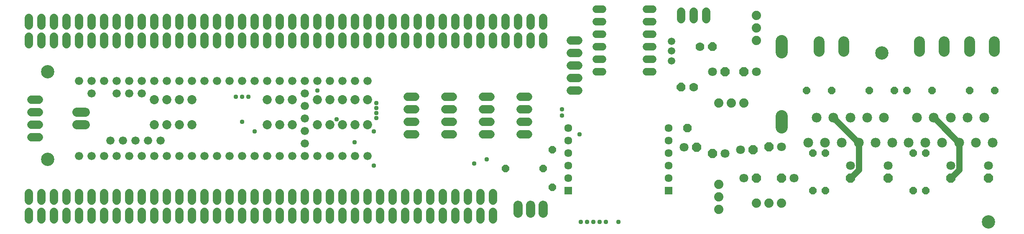
<source format=gts>
G75*
%MOIN*%
%OFA0B0*%
%FSLAX25Y25*%
%IPPOS*%
%LPD*%
%AMOC8*
5,1,8,0,0,1.08239X$1,22.5*
%
%ADD10C,0.05000*%
%ADD11C,0.10643*%
%ADD12C,0.06600*%
%ADD13C,0.07296*%
%ADD14C,0.07296*%
%ADD15C,0.07800*%
%ADD16C,0.05950*%
%ADD17C,0.06800*%
%ADD18C,0.06737*%
%ADD19R,0.06343X0.06343*%
%ADD20C,0.06343*%
%ADD21OC8,0.07000*%
%ADD22C,0.07000*%
%ADD23C,0.08600*%
%ADD24OC8,0.06800*%
%ADD25OC8,0.06000*%
%ADD26OC8,0.07100*%
%ADD27C,0.07100*%
%ADD28C,0.09650*%
%ADD29C,0.07400*%
%ADD30C,0.05950*%
%ADD31C,0.03778*%
D10*
X0651367Y0097144D02*
X0671567Y0076944D01*
X0671567Y0077044D01*
X0671567Y0076944D02*
X0671567Y0055744D01*
X0664867Y0049044D01*
X0744867Y0049044D02*
X0751567Y0055744D01*
X0751567Y0076944D01*
X0751467Y0077244D02*
X0751667Y0077244D01*
X0751467Y0077244D02*
X0731567Y0097144D01*
D11*
X0689867Y0149044D03*
X0774867Y0014044D03*
X0024867Y0064044D03*
X0024867Y0134044D03*
D12*
X0049867Y0126544D03*
X0059867Y0126544D03*
X0069867Y0126544D03*
X0079867Y0126544D03*
X0089867Y0126544D03*
X0099867Y0126544D03*
X0109867Y0126544D03*
X0119867Y0126544D03*
X0129867Y0126544D03*
X0139867Y0126544D03*
X0149867Y0126544D03*
X0159867Y0126544D03*
X0169867Y0126544D03*
X0179867Y0126544D03*
X0189867Y0126544D03*
X0199867Y0126544D03*
X0209867Y0126544D03*
X0219867Y0126544D03*
X0229867Y0126544D03*
X0239867Y0126544D03*
X0249867Y0126544D03*
X0259867Y0126544D03*
X0269867Y0126544D03*
X0279867Y0126544D03*
X0229867Y0116544D03*
X0229867Y0106544D03*
X0229867Y0096544D03*
X0229867Y0086544D03*
X0229867Y0076544D03*
X0229867Y0066544D03*
X0219867Y0066544D03*
X0209867Y0066544D03*
X0199867Y0066544D03*
X0189867Y0066544D03*
X0179867Y0066544D03*
X0169867Y0066544D03*
X0159867Y0066544D03*
X0149867Y0066544D03*
X0139867Y0066544D03*
X0129867Y0066544D03*
X0119867Y0066544D03*
X0109867Y0066544D03*
X0099867Y0066544D03*
X0089867Y0066544D03*
X0079867Y0066544D03*
X0069867Y0066544D03*
X0059867Y0066544D03*
X0049867Y0066544D03*
X0074867Y0079044D03*
X0084867Y0079044D03*
X0094867Y0079044D03*
X0104867Y0079044D03*
X0114867Y0079044D03*
X0239867Y0066544D03*
X0249867Y0066544D03*
X0259867Y0066544D03*
X0269867Y0066544D03*
X0279867Y0066544D03*
X0099867Y0116544D03*
X0089867Y0116544D03*
X0079867Y0116544D03*
X0059867Y0116544D03*
D13*
X0109867Y0111544D03*
X0119867Y0111544D03*
X0129867Y0111544D03*
X0139867Y0111544D03*
X0199867Y0111544D03*
X0209867Y0111544D03*
X0219867Y0111544D03*
X0239867Y0111544D03*
X0249867Y0111544D03*
X0259867Y0111544D03*
X0269867Y0111544D03*
X0279867Y0111544D03*
X0279867Y0091544D03*
X0269867Y0091544D03*
X0259867Y0091544D03*
X0249867Y0091544D03*
X0239867Y0091544D03*
X0219867Y0091544D03*
X0209867Y0091544D03*
X0199867Y0091544D03*
X0139867Y0091544D03*
X0129867Y0091544D03*
X0119867Y0091544D03*
X0109867Y0091544D03*
D14*
X0054867Y0091544D02*
X0048371Y0091544D01*
X0048371Y0101544D02*
X0054867Y0101544D01*
X0399867Y0027292D02*
X0399867Y0020796D01*
X0409867Y0020796D02*
X0409867Y0027292D01*
X0419867Y0027292D02*
X0419867Y0020796D01*
D15*
X0631402Y0077154D03*
X0644788Y0077154D03*
X0658174Y0077154D03*
X0671560Y0077154D03*
X0684945Y0077154D03*
X0698331Y0077154D03*
X0711402Y0077154D03*
X0724788Y0077154D03*
X0738174Y0077154D03*
X0751560Y0077154D03*
X0764945Y0077154D03*
X0778331Y0077154D03*
X0771638Y0097154D03*
X0758252Y0097154D03*
X0744867Y0097154D03*
X0731481Y0097154D03*
X0718095Y0097154D03*
X0691638Y0097154D03*
X0678252Y0097154D03*
X0664867Y0097154D03*
X0651481Y0097154D03*
X0638095Y0097154D03*
D16*
X0507441Y0134044D02*
X0502292Y0134044D01*
X0502292Y0144044D02*
X0507441Y0144044D01*
X0507441Y0154044D02*
X0502292Y0154044D01*
X0502292Y0164044D02*
X0507441Y0164044D01*
X0507441Y0174044D02*
X0502292Y0174044D01*
X0502292Y0184044D02*
X0507441Y0184044D01*
X0467441Y0184044D02*
X0462292Y0184044D01*
X0462292Y0174044D02*
X0467441Y0174044D01*
X0467441Y0164044D02*
X0462292Y0164044D01*
X0462292Y0154044D02*
X0467441Y0154044D01*
X0467441Y0144044D02*
X0462292Y0144044D01*
X0462292Y0134044D02*
X0467441Y0134044D01*
D17*
X0009867Y0022044D02*
X0009867Y0016044D01*
X0019867Y0016044D02*
X0019867Y0022044D01*
X0029867Y0022044D02*
X0029867Y0016044D01*
X0039867Y0016044D02*
X0039867Y0022044D01*
X0049867Y0022044D02*
X0049867Y0016044D01*
X0059867Y0016044D02*
X0059867Y0022044D01*
X0069867Y0022044D02*
X0069867Y0016044D01*
X0079867Y0016044D02*
X0079867Y0022044D01*
X0089867Y0022044D02*
X0089867Y0016044D01*
X0099867Y0016044D02*
X0099867Y0022044D01*
X0109867Y0022044D02*
X0109867Y0016044D01*
X0119867Y0016044D02*
X0119867Y0022044D01*
X0129867Y0022044D02*
X0129867Y0016044D01*
X0139867Y0016044D02*
X0139867Y0022044D01*
X0149867Y0022044D02*
X0149867Y0016044D01*
X0159867Y0016044D02*
X0159867Y0022044D01*
X0169867Y0022044D02*
X0169867Y0016044D01*
X0179867Y0016044D02*
X0179867Y0022044D01*
X0189867Y0022044D02*
X0189867Y0016044D01*
X0199867Y0016044D02*
X0199867Y0022044D01*
X0209867Y0022044D02*
X0209867Y0016044D01*
X0219867Y0016044D02*
X0219867Y0022044D01*
X0229867Y0022044D02*
X0229867Y0016044D01*
X0239867Y0016044D02*
X0239867Y0022044D01*
X0249867Y0022044D02*
X0249867Y0016044D01*
X0259867Y0016044D02*
X0259867Y0022044D01*
X0269867Y0022044D02*
X0269867Y0016044D01*
X0279867Y0016044D02*
X0279867Y0022044D01*
X0289867Y0022044D02*
X0289867Y0016044D01*
X0299867Y0016044D02*
X0299867Y0022044D01*
X0309867Y0022044D02*
X0309867Y0016044D01*
X0319867Y0016044D02*
X0319867Y0022044D01*
X0329867Y0022044D02*
X0329867Y0016044D01*
X0339867Y0016044D02*
X0339867Y0022044D01*
X0349867Y0022044D02*
X0349867Y0016044D01*
X0359867Y0016044D02*
X0359867Y0022044D01*
X0369867Y0022044D02*
X0369867Y0016044D01*
X0379867Y0016044D02*
X0379867Y0022044D01*
X0379867Y0031044D02*
X0379867Y0037044D01*
X0369867Y0037044D02*
X0369867Y0031044D01*
X0359867Y0031044D02*
X0359867Y0037044D01*
X0349867Y0037044D02*
X0349867Y0031044D01*
X0339867Y0031044D02*
X0339867Y0037044D01*
X0329867Y0037044D02*
X0329867Y0031044D01*
X0319867Y0031044D02*
X0319867Y0037044D01*
X0309867Y0037044D02*
X0309867Y0031044D01*
X0299867Y0031044D02*
X0299867Y0037044D01*
X0289867Y0037044D02*
X0289867Y0031044D01*
X0279867Y0031044D02*
X0279867Y0037044D01*
X0269867Y0037044D02*
X0269867Y0031044D01*
X0259867Y0031044D02*
X0259867Y0037044D01*
X0249867Y0037044D02*
X0249867Y0031044D01*
X0239867Y0031044D02*
X0239867Y0037044D01*
X0229867Y0037044D02*
X0229867Y0031044D01*
X0219867Y0031044D02*
X0219867Y0037044D01*
X0209867Y0037044D02*
X0209867Y0031044D01*
X0199867Y0031044D02*
X0199867Y0037044D01*
X0189867Y0037044D02*
X0189867Y0031044D01*
X0179867Y0031044D02*
X0179867Y0037044D01*
X0169867Y0037044D02*
X0169867Y0031044D01*
X0159867Y0031044D02*
X0159867Y0037044D01*
X0149867Y0037044D02*
X0149867Y0031044D01*
X0139867Y0031044D02*
X0139867Y0037044D01*
X0129867Y0037044D02*
X0129867Y0031044D01*
X0119867Y0031044D02*
X0119867Y0037044D01*
X0109867Y0037044D02*
X0109867Y0031044D01*
X0099867Y0031044D02*
X0099867Y0037044D01*
X0089867Y0037044D02*
X0089867Y0031044D01*
X0079867Y0031044D02*
X0079867Y0037044D01*
X0069867Y0037044D02*
X0069867Y0031044D01*
X0059867Y0031044D02*
X0059867Y0037044D01*
X0049867Y0037044D02*
X0049867Y0031044D01*
X0039867Y0031044D02*
X0039867Y0037044D01*
X0029867Y0037044D02*
X0029867Y0031044D01*
X0019867Y0031044D02*
X0019867Y0037044D01*
X0009867Y0037044D02*
X0009867Y0031044D01*
X0011867Y0081544D02*
X0017867Y0081544D01*
X0017867Y0091544D02*
X0011867Y0091544D01*
X0011867Y0101544D02*
X0017867Y0101544D01*
X0017867Y0111544D02*
X0011867Y0111544D01*
X0009867Y0156044D02*
X0009867Y0162044D01*
X0019867Y0162044D02*
X0019867Y0156044D01*
X0029867Y0156044D02*
X0029867Y0162044D01*
X0039867Y0162044D02*
X0039867Y0156044D01*
X0049867Y0156044D02*
X0049867Y0162044D01*
X0059867Y0162044D02*
X0059867Y0156044D01*
X0069867Y0156044D02*
X0069867Y0162044D01*
X0079867Y0162044D02*
X0079867Y0156044D01*
X0089867Y0156044D02*
X0089867Y0162044D01*
X0099867Y0162044D02*
X0099867Y0156044D01*
X0109867Y0156044D02*
X0109867Y0162044D01*
X0119867Y0162044D02*
X0119867Y0156044D01*
X0129867Y0156044D02*
X0129867Y0162044D01*
X0139867Y0162044D02*
X0139867Y0156044D01*
X0149867Y0156044D02*
X0149867Y0162044D01*
X0159867Y0162044D02*
X0159867Y0156044D01*
X0169867Y0156044D02*
X0169867Y0162044D01*
X0179867Y0162044D02*
X0179867Y0156044D01*
X0189867Y0156044D02*
X0189867Y0162044D01*
X0199867Y0162044D02*
X0199867Y0156044D01*
X0209867Y0156044D02*
X0209867Y0162044D01*
X0219867Y0162044D02*
X0219867Y0156044D01*
X0229867Y0156044D02*
X0229867Y0162044D01*
X0239867Y0162044D02*
X0239867Y0156044D01*
X0249867Y0156044D02*
X0249867Y0162044D01*
X0259867Y0162044D02*
X0259867Y0156044D01*
X0269867Y0156044D02*
X0269867Y0162044D01*
X0279867Y0162044D02*
X0279867Y0156044D01*
X0289867Y0156044D02*
X0289867Y0162044D01*
X0299867Y0162044D02*
X0299867Y0156044D01*
X0309867Y0156044D02*
X0309867Y0162044D01*
X0319867Y0162044D02*
X0319867Y0156044D01*
X0329867Y0156044D02*
X0329867Y0162044D01*
X0339867Y0162044D02*
X0339867Y0156044D01*
X0349867Y0156044D02*
X0349867Y0162044D01*
X0359867Y0162044D02*
X0359867Y0156044D01*
X0369867Y0156044D02*
X0369867Y0162044D01*
X0379867Y0162044D02*
X0379867Y0156044D01*
X0389867Y0156044D02*
X0389867Y0162044D01*
X0399867Y0162044D02*
X0399867Y0156044D01*
X0409867Y0156044D02*
X0409867Y0162044D01*
X0419867Y0162044D02*
X0419867Y0156044D01*
X0441867Y0159044D02*
X0447867Y0159044D01*
X0447867Y0149044D02*
X0441867Y0149044D01*
X0441867Y0139044D02*
X0447867Y0139044D01*
X0447867Y0129044D02*
X0441867Y0129044D01*
X0441867Y0119044D02*
X0447867Y0119044D01*
X0407867Y0114044D02*
X0401867Y0114044D01*
X0377867Y0114044D02*
X0371867Y0114044D01*
X0347867Y0114044D02*
X0341867Y0114044D01*
X0317867Y0114044D02*
X0311867Y0114044D01*
X0311867Y0104044D02*
X0317867Y0104044D01*
X0341867Y0104044D02*
X0347867Y0104044D01*
X0371867Y0104044D02*
X0377867Y0104044D01*
X0401867Y0104044D02*
X0407867Y0104044D01*
X0407867Y0094044D02*
X0401867Y0094044D01*
X0377867Y0094044D02*
X0371867Y0094044D01*
X0347867Y0094044D02*
X0341867Y0094044D01*
X0317867Y0094044D02*
X0311867Y0094044D01*
X0311867Y0084044D02*
X0317867Y0084044D01*
X0341867Y0084044D02*
X0347867Y0084044D01*
X0371867Y0084044D02*
X0377867Y0084044D01*
X0401867Y0084044D02*
X0407867Y0084044D01*
X0409867Y0171044D02*
X0409867Y0177044D01*
X0419867Y0177044D02*
X0419867Y0171044D01*
X0399867Y0171044D02*
X0399867Y0177044D01*
X0389867Y0177044D02*
X0389867Y0171044D01*
X0379867Y0171044D02*
X0379867Y0177044D01*
X0369867Y0177044D02*
X0369867Y0171044D01*
X0359867Y0171044D02*
X0359867Y0177044D01*
X0349867Y0177044D02*
X0349867Y0171044D01*
X0339867Y0171044D02*
X0339867Y0177044D01*
X0329867Y0177044D02*
X0329867Y0171044D01*
X0319867Y0171044D02*
X0319867Y0177044D01*
X0309867Y0177044D02*
X0309867Y0171044D01*
X0299867Y0171044D02*
X0299867Y0177044D01*
X0289867Y0177044D02*
X0289867Y0171044D01*
X0279867Y0171044D02*
X0279867Y0177044D01*
X0269867Y0177044D02*
X0269867Y0171044D01*
X0259867Y0171044D02*
X0259867Y0177044D01*
X0249867Y0177044D02*
X0249867Y0171044D01*
X0239867Y0171044D02*
X0239867Y0177044D01*
X0229867Y0177044D02*
X0229867Y0171044D01*
X0219867Y0171044D02*
X0219867Y0177044D01*
X0209867Y0177044D02*
X0209867Y0171044D01*
X0199867Y0171044D02*
X0199867Y0177044D01*
X0189867Y0177044D02*
X0189867Y0171044D01*
X0179867Y0171044D02*
X0179867Y0177044D01*
X0169867Y0177044D02*
X0169867Y0171044D01*
X0159867Y0171044D02*
X0159867Y0177044D01*
X0149867Y0177044D02*
X0149867Y0171044D01*
X0139867Y0171044D02*
X0139867Y0177044D01*
X0129867Y0177044D02*
X0129867Y0171044D01*
X0119867Y0171044D02*
X0119867Y0177044D01*
X0109867Y0177044D02*
X0109867Y0171044D01*
X0099867Y0171044D02*
X0099867Y0177044D01*
X0089867Y0177044D02*
X0089867Y0171044D01*
X0079867Y0171044D02*
X0079867Y0177044D01*
X0069867Y0177044D02*
X0069867Y0171044D01*
X0059867Y0171044D02*
X0059867Y0177044D01*
X0049867Y0177044D02*
X0049867Y0171044D01*
X0039867Y0171044D02*
X0039867Y0177044D01*
X0029867Y0177044D02*
X0029867Y0171044D01*
X0019867Y0171044D02*
X0019867Y0177044D01*
X0009867Y0177044D02*
X0009867Y0171044D01*
D18*
X0529867Y0176076D02*
X0529867Y0182013D01*
X0539867Y0182013D02*
X0539867Y0176076D01*
X0549867Y0176076D02*
X0549867Y0182013D01*
D19*
X0519867Y0039044D03*
X0439867Y0039044D03*
D20*
X0439867Y0049044D03*
X0439867Y0059044D03*
X0439867Y0069044D03*
X0439867Y0079044D03*
X0439867Y0089044D03*
X0519867Y0089044D03*
X0519867Y0079044D03*
X0519867Y0069044D03*
X0519867Y0059044D03*
X0519867Y0049044D03*
D21*
X0529867Y0121544D03*
X0554867Y0154044D03*
D22*
X0544867Y0154044D03*
X0539867Y0121544D03*
D23*
X0640067Y0150144D02*
X0640067Y0157944D01*
X0659767Y0157944D02*
X0659767Y0150144D01*
X0720067Y0150144D02*
X0720067Y0157944D01*
X0739767Y0157944D02*
X0739767Y0150144D01*
X0760067Y0150144D02*
X0760067Y0157944D01*
X0779767Y0157944D02*
X0779767Y0150144D01*
D24*
X0534867Y0089044D03*
D25*
X0634867Y0069044D03*
X0644867Y0069044D03*
X0714867Y0069044D03*
X0724867Y0069044D03*
X0724867Y0039044D03*
X0714867Y0039044D03*
X0644867Y0039044D03*
X0634867Y0039044D03*
X0427367Y0041544D03*
X0419867Y0056544D03*
X0389867Y0056544D03*
X0427367Y0071544D03*
X0629867Y0119044D03*
X0649867Y0119044D03*
X0679867Y0119044D03*
X0699867Y0119044D03*
X0709867Y0119044D03*
X0729867Y0119044D03*
X0759867Y0119044D03*
X0779867Y0119044D03*
D26*
X0599867Y0074044D03*
X0587367Y0071544D03*
X0554867Y0068544D03*
X0542367Y0073544D03*
X0589867Y0049044D03*
X0609867Y0049044D03*
X0664867Y0049044D03*
X0694867Y0049044D03*
X0744867Y0049044D03*
X0774867Y0049044D03*
X0579867Y0134044D03*
X0564867Y0134044D03*
D27*
X0554867Y0134044D03*
X0589867Y0134044D03*
X0609867Y0074044D03*
X0577367Y0071544D03*
X0564867Y0068544D03*
X0532367Y0073544D03*
X0579867Y0049044D03*
X0619867Y0049044D03*
X0664867Y0059044D03*
X0694867Y0059044D03*
X0744867Y0059044D03*
X0774867Y0059044D03*
D28*
X0609867Y0089619D02*
X0609867Y0098469D01*
X0609867Y0149619D02*
X0609867Y0158469D01*
D29*
X0589867Y0159044D03*
X0589867Y0169044D03*
X0589867Y0179044D03*
X0579867Y0109044D03*
X0569867Y0109044D03*
X0559867Y0109044D03*
X0559867Y0044044D03*
X0559867Y0034044D03*
X0589867Y0029044D03*
X0599867Y0029044D03*
X0609867Y0029044D03*
X0559867Y0024044D03*
D30*
X0522367Y0142670D03*
X0522367Y0150544D03*
X0522367Y0158418D03*
D31*
X0434867Y0104044D03*
X0434867Y0099044D03*
X0448867Y0083844D03*
X0374867Y0064044D03*
X0364867Y0060644D03*
X0284867Y0059044D03*
X0269667Y0077444D03*
X0284867Y0086244D03*
X0287067Y0096844D03*
X0287067Y0100844D03*
X0287067Y0104844D03*
X0287067Y0108844D03*
X0255267Y0095844D03*
X0189867Y0086244D03*
X0179867Y0094044D03*
X0179867Y0114044D03*
X0184867Y0114044D03*
X0174867Y0114044D03*
X0239867Y0119044D03*
X0449867Y0014044D03*
X0454867Y0014044D03*
X0459867Y0014044D03*
X0464867Y0014044D03*
X0469867Y0014044D03*
X0479867Y0014044D03*
M02*

</source>
